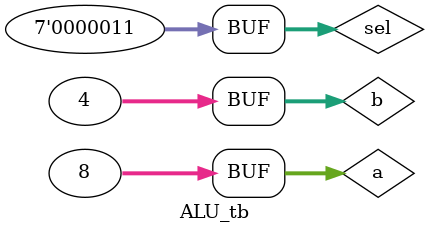
<source format=v>
module ALU(control,input1,input2,out);
input [6:0] control;
input [31:0] input1;
input [31:0] input2;
output [31:0] out;

wire [31:0] mux_input1,mux_input2,mux_input3,mux_input4,mux_input5,mux_input6,mux_input7,mux_input8,mux_input9,mux_input10,mux_input11,mux_input12,mux_input13,mux_input14,mux_input15,mux_input16;
wire [3:0] select_l;
assign select_l=4'b0001;
nbitadder adder(input1,input2,mux_input1);
nbitsubtractor subtrator(input1,input2,mux_input2);
nbitxor xorgate(input1,input2,mux_input3);
nbitor orgate(input1,input2,mux_input4);
nbitand andgate(input1,input2,mux_input5);

MUX16_1_32 mux(mux_input1,mux_input2,mux_input3,mux_input4,mux_input5,mux_input6,mux_input7,mux_input8,mux_input9,mux_input10,mux_input11,mux_input12,mux_input13,mux_input14,mux_input15,mux_input16,out,select_l);

endmodule

module ALU_tb();
    reg [31:0]a,b;
    reg [6:0] sel;
    wire [31:0]c;
    ALU alu(sel,a,b,c);
    
    initial 
        begin
            $monitor("a=%b,b=%b,sel=%b,c=%b",a,b,sel,c);
            a=32'b0100;b=32'b0100;sel=7'b01;
        #100    a=32'b0100;b=32'b0100;sel=7'b00;
        #100    a=32'b1000;b=32'b0100;sel=7'b10;
        #100    a=32'b1000;b=32'b0100;sel=7'b11;

        end
endmodule
</source>
